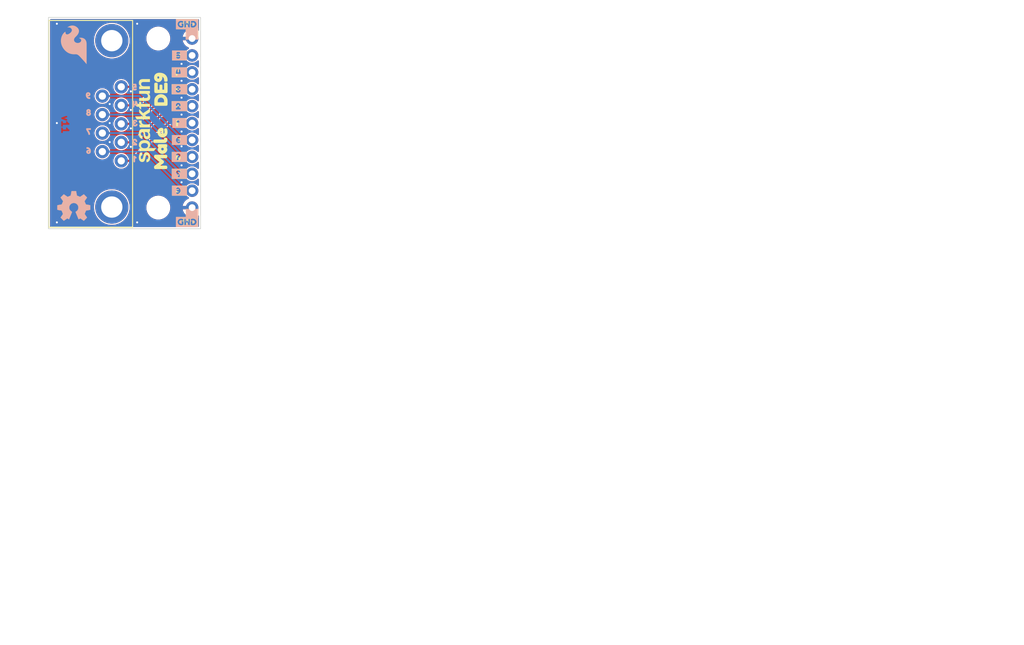
<source format=kicad_pcb>
(kicad_pcb (version 20241229) (generator "pcbnew") (generator_version "9.0")
  (title_block (title "SparkFun Male DE9 Breakout ") (date "2025-10-21") (rev "v11") (company "SparkFun Electronics") (comment 1 "Designed by: Elias Santistevan"))
  (layers (0 "F.Cu" signal) (2 "B.Cu" signal) (13 "F.Paste" user) (15 "B.Paste" user) (5 "F.SilkS" user "F.Silkscreen") (7 "B.SilkS" user "B.Silkscreen") (1 "F.Mask" user) (3 "B.Mask" user) (25 "Edge.Cuts" user))
  (net 0 "")
  (net 1 "/2")
  (net 2 "/4")
  (net 3 "/1")
  (net 4 "/5")
  (net 5 "/6")
  (net 6 "/8")
  (net 7 "/3")
  (net 8 "/9")
  (net 9 "/7")
  (net 10 "GND")
  (footprint "kibuzzard-67DB37C8" (layer "F.Cu") (at 132.3975 112.395 90)
    (property "Reference" "kibuzzard-67DB37C8" (hide yes))
    (property "Value" "G***" (hide yes))
  )
  (footprint "SparkFun-Aesthetic:Creative_Commons_License" (layer "F.Cu") (at 215.265 168.91)
    (property "Reference" "G3" (hide yes))
    (property "Value" "OSHW_Logo" (hide yes))
  )
  (footprint "SparkFun-Aesthetic:SparkFun_Logo_NoFlame_12.5mm" (layer "F.Cu") (at 129.921 108.585 90)
    (property "Reference" "G***" (hide yes))
    (property "Value" "LOGO" (hide yes))
  )
  (footprint "kibuzzard-67D496D5" (layer "F.Cu") (at 135.255 98.425)
    (property "Reference" "kibuzzard-67D496D5" (hide yes))
    (property "Value" "G***" (hide yes))
  )
  (footprint "kibuzzard-67D496DD" (layer "F.Cu") (at 135.255 111.125)
    (property "Reference" "kibuzzard-67D496DD" (hide yes))
    (property "Value" "G***" (hide yes))
  )
  (footprint "SparkFun-Connector:1x01" (layer "F.Cu") (at 137.16 95.885)
    (property "Reference" "J1")
    (property "Value" "Conn_01x01")
    (pad "1" thru_hole circle (at 0 0 90) (size 1.8796 1.8796) (drill 1.016) (layers "*.Cu" "*.Mask") (net 10 "GND"))
  )
  (footprint "kibuzzard-67D496E4" (layer "F.Cu") (at 135.255 113.665)
    (property "Reference" "kibuzzard-67D496E4" (hide yes))
    (property "Value" "G***" (hide yes))
  )
  (footprint "kibuzzard-67D496C7" (layer "F.Cu") (at 135.255 103.505)
    (property "Reference" "kibuzzard-67D496C7" (hide yes))
    (property "Value" "G***" (hide yes))
  )
  (footprint "kibuzzard-67D49838" (layer "F.Cu") (at 132.461 103.505 90)
    (property "Reference" "kibuzzard-67D49838" (hide yes))
    (property "Value" "G***" (hide yes))
  )
  (footprint "kibuzzard-67D496F6" (layer "F.Cu") (at 135.255 118.745)
    (property "Reference" "kibuzzard-67D496F6" (hide yes))
    (property "Value" "G***" (hide yes))
  )
  (footprint "kibuzzard-67D49687" (layer "F.Cu") (at 135.255 108.585)
    (property "Reference" "kibuzzard-67D49687" (hide yes))
    (property "Value" "G***" (hide yes))
  )
  (footprint "kibuzzard-67DDBC91" (layer "F.Cu") (at 136.398 123.444)
    (property "Reference" "kibuzzard-67DDBC91" (hide yes))
    (property "Value" "G***" (hide yes))
  )
  (footprint "SparkFun-Hardware:Standoff" (layer "F.Cu") (at 132.08 95.885)
    (property "Reference" "ST1")
    (property "Value" "Stand_off")
    (pad "" np_thru_hole circle (at 0 0) (size 3.1 3.1) (drill 3.1) (layers "*.Cu" "*.Mask"))
  )
  (footprint "kibuzzard-67D496B8" (layer "F.Cu") (at 135.255 106.045)
    (property "Reference" "kibuzzard-67D496B8" (hide yes))
    (property "Value" "G***" (hide yes))
  )
  (footprint "kibuzzard-67D496CD" (layer "F.Cu") (at 135.255 100.965)
    (property "Reference" "kibuzzard-67D496CD" (hide yes))
    (property "Value" "G***" (hide yes))
  )
  (footprint "SparkFun-Connector:1x01" (layer "F.Cu") (at 137.16 121.285)
    (property "Reference" "J4")
    (property "Value" "Conn_01x01")
    (pad "1" thru_hole circle (at 0 0 90) (size 1.8796 1.8796) (drill 1.016) (layers "*.Cu" "*.Mask") (net 10 "GND"))
  )
  (footprint "SparkFun-Connector:DE9_Header_Horizontal_PTH" (layer "F.Cu") (at 126.515 108.7025 90)
    (property "Reference" "J3")
    (property "Value" "DE9 Header")
    (pad "1" thru_hole circle (at -5.56 0 90) (size 2 2) (drill 1.09) (layers "*.Cu" "*.Mask") (net 3 "/1"))
    (pad "2" thru_hole circle (at -2.78 0 90) (size 2 2) (drill 1.09) (layers "*.Cu" "*.Mask") (net 1 "/2"))
    (pad "3" thru_hole circle (at 0 0 180) (size 2 2) (drill 1.09) (layers "*.Cu" "*.Mask") (net 7 "/3"))
    (pad "4" thru_hole circle (at 2.78 0 90) (size 2 2) (drill 1.09) (layers "*.Cu" "*.Mask") (net 2 "/4"))
    (pad "5" thru_hole circle (at 5.56 0 180) (size 2 2) (drill 1.09) (layers "*.Cu" "*.Mask") (net 4 "/5"))
    (pad "6" thru_hole circle (at -4.17 -2.84 90) (size 2 2) (drill 1.09) (layers "*.Cu" "*.Mask") (net 5 "/6"))
    (pad "7" thru_hole circle (at -1.39 -2.84 90) (size 2 2) (drill 1.09) (layers "*.Cu" "*.Mask") (net 9 "/7"))
    (pad "8" thru_hole circle (at 1.39 -2.84 90) (size 2 2) (drill 1.09) (layers "*.Cu" "*.Mask") (net 6 "/8"))
    (pad "9" thru_hole circle (at 4.17 -2.84 90) (size 2 2) (drill 1.09) (layers "*.Cu" "*.Mask") (net 8 "/9"))
    (pad "10" thru_hole circle (at -12.5 -1.42 90) (size 5 5) (drill 3.2) (layers "*.Cu" "*.Mask"))
    (pad "11" thru_hole circle (at 12.5 -1.42 90) (size 5 5) (drill 3.2) (layers "*.Cu" "*.Mask"))
  )
  (footprint "kibuzzard-67D496EA" (layer "F.Cu") (at 135.255 116.205)
    (property "Reference" "kibuzzard-67D496EA" (hide yes))
    (property "Value" "G***" (hide yes))
  )
  (footprint "kibuzzard-67DDBC91" (layer "F.Cu") (at 136.398 93.726)
    (property "Reference" "kibuzzard-67DDBC91" (hide yes))
    (property "Value" "G***" (hide yes))
  )
  (footprint "SparkFun-Hardware:Standoff" (layer "F.Cu") (at 132.08 121.285)
    (property "Reference" "ST2")
    (property "Value" "Stand_off")
    (pad "" np_thru_hole circle (at 0 0) (size 3.1 3.1) (drill 3.1) (layers "*.Cu" "*.Mask"))
  )
  (footprint "kibuzzard-67DDA391" (layer "B.Cu") (at 135.255 106.045 180)
    (property "Reference" "kibuzzard-67DDA391" (hide yes))
    (property "Value" "G***" (hide yes))
  )
  (footprint "kibuzzard-67DDBC91" (layer "B.Cu") (at 136.398 93.726 180)
    (property "Reference" "kibuzzard-67DDBC91" (hide yes))
    (property "Value" "G***" (hide yes))
  )
  (footprint "kibuzzard-67DDA3B8" (layer "B.Cu") (at 135.255 116.205 180)
    (property "Reference" "kibuzzard-67DDA3B8" (hide yes))
    (property "Value" "G***" (hide yes))
  )
  (footprint "kibuzzard-67DDBDD7" (layer "B.Cu") (at 128.524 103.1875 180)
    (property "Reference" "kibuzzard-67DDBDD7" (hide yes))
    (property "Value" "G***" (hide yes))
  )
  (footprint "kibuzzard-67DDA3E0" (layer "B.Cu") (at 135.255 111.125 180)
    (property "Reference" "kibuzzard-67DDA3E0" (hide yes))
    (property "Value" "G***" (hide yes))
  )
  (footprint "kibuzzard-67DDA3A2" (layer "B.Cu") (at 135.255 100.965 180)
    (property "Reference" "kibuzzard-67DDA3A2" (hide yes))
    (property "Value" "G***" (hide yes))
  )
  (footprint "kibuzzard-67DDA3AA" (layer "B.Cu") (at 135.255 98.425 180)
    (property "Reference" "kibuzzard-67DDA3AA" (hide yes))
    (property "Value" "G***" (hide yes))
  )
  (footprint "kibuzzard-67DDBDFC" (layer "B.Cu") (at 121.6025 112.7125)
    (property "Reference" "kibuzzard-67DDBDFC" (hide yes))
    (property "Value" "G***" (hide yes))
  )
  (footprint "kibuzzard-67DDBDF6" (layer "B.Cu") (at 121.6025 106.9975 180)
    (property "Reference" "kibuzzard-67DDBDF6" (hide yes))
    (property "Value" "G***" (hide yes))
  )
  (footprint "SparkFun-Aesthetic:SparkFun_Flame_6mm" (layer "B.Cu") (at 119.38 96.8375 180)
    (property "Reference" "G***" (hide yes))
    (property "Value" "Flame" (hide yes))
  )
  (footprint "kibuzzard-67DDA399" (layer "B.Cu") (at 135.255 103.505 180)
    (property "Reference" "kibuzzard-67DDA399" (hide yes))
    (property "Value" "G***" (hide yes))
  )
  (footprint "kibuzzard-67DDBDB0" (layer "B.Cu") (at 128.524 111.4425 180)
    (property "Reference" "kibuzzard-67DDBDB0" (hide yes))
    (property "Value" "G***" (hide yes))
  )
  (footprint "kibuzzard-67DDBC91" (layer "B.Cu") (at 136.398 123.444 180)
    (property "Reference" "kibuzzard-67DDBC91" (hide yes))
    (property "Value" "G***" (hide yes))
  )
  (footprint "SparkFun-Aesthetic:OSHW_Logo_5mm" (layer "B.Cu") (at 119.38 121.285 180)
    (property "Reference" "Ref**" (hide yes))
    (property "Value" "Val**" (hide yes))
  )
  (footprint "kibuzzard-67DDA3D5" (layer "B.Cu") (at 135.255 113.665 180)
    (property "Reference" "kibuzzard-67DDA3D5" (hide yes))
    (property "Value" "G***" (hide yes))
  )
  (footprint "kibuzzard-67DDBDCA" (layer "B.Cu") (at 128.5875 113.9825 180)
    (property "Reference" "kibuzzard-67DDBDCA" (hide yes))
    (property "Value" "G***" (hide yes))
  )
  (footprint "kibuzzard-67DDBDD2" (layer "B.Cu") (at 128.5875 105.7275 180)
    (property "Reference" "kibuzzard-67DDBDD2" (hide yes))
    (property "Value" "G***" (hide yes))
  )
  (footprint "kibuzzard-67F7FDBF" (layer "B.Cu") (at 135.255 108.585 180)
    (property "Reference" "kibuzzard-67F7FDBF" (hide yes))
    (property "Value" "G***" (hide yes))
  )
  (footprint "SparkFun-Connector:1x09" (layer "B.Cu") (at 137.16 98.425 -90)
    (property "Reference" "J2")
    (property "Value" "Conn_01x09")
    (pad "1" thru_hole circle (at 0 0 180) (size 1.8796 1.8796) (drill 1.016) (layers "*.Cu" "*.Mask") (net 4 "/5"))
    (pad "2" thru_hole circle (at 2.54 0 180) (size 1.8796 1.8796) (drill 1.016) (layers "*.Cu" "*.Mask") (net 2 "/4"))
    (pad "3" thru_hole circle (at 5.08 0 180) (size 1.8796 1.8796) (drill 1.016) (layers "*.Cu" "*.Mask") (net 7 "/3"))
    (pad "4" thru_hole circle (at 7.62 0 180) (size 1.8796 1.8796) (drill 1.016) (layers "*.Cu" "*.Mask") (net 1 "/2"))
    (pad "5" thru_hole circle (at 10.16 0 180) (size 1.8796 1.8796) (drill 1.016) (layers "*.Cu" "*.Mask") (net 3 "/1"))
    (pad "6" thru_hole circle (at 12.7 0 180) (size 1.8796 1.8796) (drill 1.016) (layers "*.Cu" "*.Mask") (net 8 "/9"))
    (pad "7" thru_hole circle (at 15.24 0 180) (size 1.8796 1.8796) (drill 1.016) (layers "*.Cu" "*.Mask") (net 6 "/8"))
    (pad "8" thru_hole circle (at 17.78 0 180) (size 1.8796 1.8796) (drill 1.016) (layers "*.Cu" "*.Mask") (net 9 "/7"))
    (pad "9" thru_hole circle (at 20.32 0 180) (size 1.8796 1.8796) (drill 1.016) (layers "*.Cu" "*.Mask") (net 5 "/6"))
  )
  (footprint "kibuzzard-67DDA3B0" (layer "B.Cu") (at 135.255 118.745 180)
    (property "Reference" "kibuzzard-67DDA3B0" (hide yes))
    (property "Value" "G***" (hide yes))
  )
  (footprint "kibuzzard-67DDBDDC" (layer "B.Cu") (at 121.539 104.4575)
    (property "Reference" "kibuzzard-67DDBDDC" (hide yes))
    (property "Value" "G***" (hide yes))
  )
  (footprint "kibuzzard-67DDBDF0" (layer "B.Cu") (at 121.6025 109.855 180)
    (property "Reference" "kibuzzard-67DDBDF0" (hide yes))
    (property "Value" "G***" (hide yes))
  )
  (footprint "kibuzzard-67DDBDCE" (layer "B.Cu") (at 128.5875 108.585 180)
    (property "Reference" "kibuzzard-67DDBDCE" (hide yes))
    (property "Value" "G***" (hide yes))
  )
  (gr_rect (start 136.301863 121.573544) (end 138.018137 122.774456) (stroke (width 0.15)) (fill yes) (layer "F.SilkS"))
  (gr_rect (start 136.301863 94.395544) (end 138.018137 95.850456) (stroke (width 0.15)) (fill yes) (layer "F.SilkS"))
  (gr_rect (start 136.271 94.531688) (end 137.987274 95.9866) (stroke (width 0.15)) (fill yes) (layer "B.SilkS"))
  (gr_rect (start 136.301863 121.548144) (end 138.018137 122.749056) (stroke (width 0.15)) (fill yes) (layer "B.SilkS"))
  (gr_rect (start 115.57 92.71) (end 138.432 124.46) (stroke (width 0.1)) (fill no) (layer "Edge.Cuts"))
  (gr_text "v11" (at 117.475 107.315 270) (layer "B.Cu" knockout) (effects (font (size 1 1) (thickness 0.25) (bold yes)) (justify left bottom)))
  (segment (start 133.821279 106.045) (end 137.16 106.045) (width 0.3048) (layer "F.Cu") (net 1))
  (segment (start 128.383779 111.4825) (end 133.821279 106.045) (width 0.3048) (layer "F.Cu") (net 1))
  (segment (start 126.515 111.4825) (end 128.383779 111.4825) (width 0.3048) (layer "F.Cu") (net 1))
  (segment (start 129.0275 105.9225) (end 133.985 100.965) (width 0.3048) (layer "F.Cu") (net 2))
  (segment (start 126.515 105.9225) (end 129.0275 105.9225) (width 0.3048) (layer "F.Cu") (net 2))
  (segment (start 133.985 100.965) (end 137.16 100.965) (width 0.3048) (layer "F.Cu") (net 2))
  (segment (start 127.929213 114.2625) (end 133.606713 108.585) (width 0.3048) (layer "F.Cu") (net 3))
  (segment (start 133.606713 108.585) (end 137.16 108.585) (width 0.3048) (layer "F.Cu") (net 3))
  (segment (start 126.515 114.2625) (end 127.929213 114.2625) (width 0.3048) (layer "F.Cu") (net 3))
  (segment (start 126.515 103.1425) (end 129.2675 103.1425) (width 0.3048) (layer "F.Cu") (net 4))
  (segment (start 129.2675 103.1425) (end 133.985 98.425) (width 0.3048) (layer "F.Cu") (net 4))
  (segment (start 133.985 98.425) (end 137.16 98.425) (width 0.3048) (layer "F.Cu") (net 4))
  (segment (start 136.014053 118.745) (end 137.16 118.745) (width 0.3048) (layer "B.Cu") (net 5))
  (segment (start 123.675 112.8725) (end 130.141553 112.8725) (width 0.3048) (layer "B.Cu") (net 5))
  (segment (start 130.141553 112.8725) (end 136.014053 118.745) (width 0.3048) (layer "B.Cu") (net 5))
  (segment (start 129.5375 107.3125) (end 135.89 113.665) (width 0.3048) (layer "B.Cu") (net 6))
  (segment (start 135.89 113.665) (end 137.16 113.665) (width 0.3048) (layer "B.Cu") (net 6))
  (segment (start 123.675 107.3125) (end 129.5375 107.3125) (width 0.3048) (layer "B.Cu") (net 6))
  (segment (start 126.515 108.7025) (end 128.7875 108.7025) (width 0.3048) (layer "F.Cu") (net 7))
  (segment (start 133.985 103.505) (end 137.16 103.505) (width 0.3048) (layer "F.Cu") (net 7))
  (segment (start 128.7875 108.7025) (end 133.985 103.505) (width 0.3048) (layer "F.Cu") (net 7))
  (segment (start 123.675 104.5325) (end 129.2225 104.5325) (width 0.3048) (layer "B.Cu") (net 8))
  (segment (start 135.815 111.125) (end 129.2225 104.5325) (width 0.3048) (layer "B.Cu") (net 8))
  (segment (start 137.16 111.125) (end 135.815 111.125) (width 0.3048) (layer "B.Cu") (net 8))
  (segment (start 135.5725 116.205) (end 129.46 110.0925) (width 0.3048) (layer "B.Cu") (net 9))
  (segment (start 129.46 110.0925) (end 123.675 110.0925) (width 0.3048) (layer "B.Cu") (net 9))
  (segment (start 137.16 116.205) (end 135.5725 116.205) (width 0.3048) (layer "B.Cu") (net 9))
  (via (at 127.9525 109.385198) (size 0.56) (drill 0.3) (layers "F.Cu" "B.Cu") (net 10))
  (via (at 135.5725 104.775) (size 0.56) (drill 0.3) (layers "F.Cu" "B.Cu") (net 10))
  (via (at 116.84 123.5075) (size 0.56) (drill 0.3) (layers "F.Cu" "B.Cu") (net 10))
  (via (at 135.5725 117.475) (size 0.56) (drill 0.3) (layers "F.Cu" "B.Cu") (net 10))
  (via (at 116.84 93.6625) (size 0.56) (drill 0.3) (layers "F.Cu" "B.Cu") (net 10))
  (via (at 127.9525 103.8225) (size 0.56) (drill 0.3) (layers "F.Cu" "B.Cu") (net 10))
  (via (at 135.5725 102.235) (size 0.56) (drill 0.3) (layers "F.Cu" "B.Cu") (net 10))
  (via (at 124.7775 105.7275) (size 0.56) (drill 0.3) (layers "F.Cu" "B.Cu") (net 10))
  (via (at 135.5725 112.0775) (size 0.56) (drill 0.3) (layers "F.Cu" "B.Cu") (net 10))
  (via (at 116.84 108.585) (size 0.56) (drill 0.3) (layers "F.Cu" "B.Cu") (net 10))
  (via (at 128.905 93.6625) (size 0.56) (drill 0.3) (layers "F.Cu" "B.Cu") (net 10))
  (via (at 127.9525 112.155198) (size 0.56) (drill 0.3) (layers "F.Cu" "B.Cu") (net 10))
  (via (at 135.5725 99.695) (size 0.56) (drill 0.3) (layers "F.Cu" "B.Cu") (net 10))
  (via (at 135.5725 109.855) (size 0.56) (drill 0.3) (layers "F.Cu" "B.Cu") (net 10))
  (via (at 128.905 123.5075) (size 0.56) (drill 0.3) (layers "F.Cu" "B.Cu") (net 10))
  (via (at 124.7775 111.4425) (size 0.56) (drill 0.3) (layers "F.Cu" "B.Cu") (net 10))
  (via (at 135.5725 107.315) (size 0.56) (drill 0.3) (layers "F.Cu" "B.Cu") (net 10))
  (via (at 127.9525 106.615199) (size 0.56) (drill 0.3) (layers "F.Cu" "B.Cu") (net 10))
  (via (at 135.5725 114.935) (size 0.56) (drill 0.3) (layers "F.Cu" "B.Cu") (net 10))
  (via (at 124.7775 108.585) (size 0.56) (drill 0.3) (layers "F.Cu" "B.Cu") (net 10))
  (zone (net 10) (net_name "GND") (layers "F.Cu" "B.Cu") (name "GND") (connect_pads (clearance 0.1778)) (min_thickness 0.25) (fill yes (thermal_gap 0.5) (thermal_bridge_width 0.5))
    (polygon (pts (xy 115.57 92.964) (xy 138.43 92.71) (xy 138.43 124.46) (xy 115.57 124.46)))
  )
)
</source>
